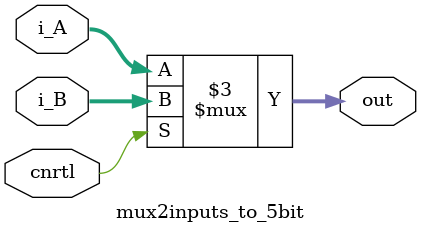
<source format=v>
module mux2inputs_to_5bit(i_A, i_B, cnrtl, out);
input  		[4:0] i_A;
input   		[4:0] i_B;
input       cnrtl;

output reg	[4:0] out;

always@(*) begin
	out = (!cnrtl) ? i_A : i_B;
end

endmodule

</source>
